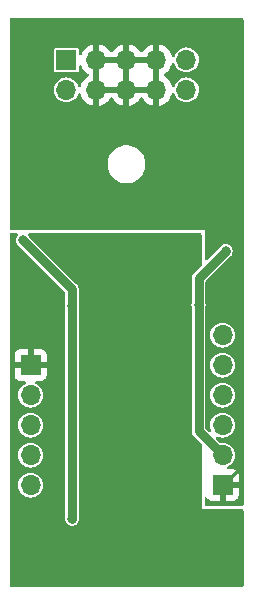
<source format=gbr>
%TF.GenerationSoftware,KiCad,Pcbnew,8.0.5*%
%TF.CreationDate,2024-11-05T23:16:52+01:00*%
%TF.ProjectId,Leveller,4c657665-6c6c-4657-922e-6b696361645f,rev?*%
%TF.SameCoordinates,Original*%
%TF.FileFunction,Copper,L2,Bot*%
%TF.FilePolarity,Positive*%
%FSLAX46Y46*%
G04 Gerber Fmt 4.6, Leading zero omitted, Abs format (unit mm)*
G04 Created by KiCad (PCBNEW 8.0.5) date 2024-11-05 23:16:52*
%MOMM*%
%LPD*%
G01*
G04 APERTURE LIST*
%TA.AperFunction,ComponentPad*%
%ADD10R,1.700000X1.700000*%
%TD*%
%TA.AperFunction,ComponentPad*%
%ADD11O,1.700000X1.700000*%
%TD*%
%TA.AperFunction,ViaPad*%
%ADD12C,0.800000*%
%TD*%
%TA.AperFunction,Conductor*%
%ADD13C,0.250000*%
%TD*%
%TA.AperFunction,Conductor*%
%ADD14C,0.750000*%
%TD*%
%TA.AperFunction,Conductor*%
%ADD15C,0.600000*%
%TD*%
G04 APERTURE END LIST*
D10*
%TO.P,J10,1,Pin_1*%
%TO.N,GND*%
X56896000Y-74803000D03*
D11*
%TO.P,J10,2,Pin_2*%
%TO.N,+12V*%
X56896000Y-72263000D03*
%TO.P,J10,3,Pin_3*%
%TO.N,N/C*%
X56896000Y-69723000D03*
%TO.P,J10,4,Pin_4*%
X56896000Y-67183000D03*
%TO.P,J10,5,Pin_5*%
X56896000Y-64643000D03*
%TO.P,J10,6,Pin_6*%
X56896000Y-62103000D03*
%TD*%
D10*
%TO.P,J8,1,Pin_1*%
%TO.N,N/C*%
X40640000Y-64643000D03*
D11*
%TO.P,J8,2,Pin_2*%
X40640000Y-67183000D03*
%TO.P,J8,3,Pin_3*%
X40640000Y-69723000D03*
%TO.P,J8,4,Pin_4*%
X40640000Y-72263000D03*
%TO.P,J8,5,Pin_5*%
X40640000Y-74803000D03*
%TD*%
D10*
%TO.P,J6,1,Pin_1*%
%TO.N,N/C*%
X43668000Y-38805000D03*
D11*
%TO.P,J6,2,Pin_2*%
X43668000Y-41345000D03*
%TO.P,J6,3,Pin_3*%
%TO.N,GND*%
X46208000Y-38805000D03*
%TO.P,J6,4,Pin_4*%
X46208000Y-41345000D03*
%TO.P,J6,5,Pin_5*%
X48748000Y-38805000D03*
%TO.P,J6,6,Pin_6*%
X48748000Y-41345000D03*
%TO.P,J6,7,Pin_7*%
X51288000Y-38805000D03*
%TO.P,J6,8,Pin_8*%
X51288000Y-41345000D03*
%TO.P,J6,9,Pin_9*%
%TO.N,N/C*%
X53828000Y-38805000D03*
%TO.P,J6,10,Pin_10*%
X53828000Y-41345000D03*
%TD*%
D12*
%TO.N,-12V*%
X39993000Y-54080000D03*
%TO.N,+12V*%
X54864000Y-59563000D03*
%TO.N,*%
X42926000Y-76364000D03*
%TO.N,+12V*%
X57150000Y-54991000D03*
%TO.N,*%
X42249000Y-62865000D03*
%TO.N,-12V*%
X44154000Y-77634000D03*
%TO.N,GND*%
X52693000Y-48641000D03*
%TO.N,-12V*%
X44154000Y-59600000D03*
%TD*%
D13*
%TO.N,GND*%
X58420000Y-54368000D02*
X52693000Y-48641000D01*
X56896000Y-74803000D02*
X58420000Y-73279000D01*
D14*
%TO.N,-12V*%
X44154000Y-59600000D02*
X44154000Y-77634000D01*
X44154000Y-59600000D02*
X44154000Y-58241000D01*
X44154000Y-58241000D02*
X39993000Y-54080000D01*
%TO.N,+12V*%
X54864000Y-59563000D02*
X54864000Y-70231000D01*
D13*
%TO.N,GND*%
X58420000Y-73279000D02*
X58420000Y-54368000D01*
D14*
%TO.N,+12V*%
X57150000Y-54991000D02*
X54864000Y-57277000D01*
X54864000Y-70231000D02*
X56896000Y-72263000D01*
X54864000Y-57277000D02*
X54864000Y-59563000D01*
D15*
%TO.N,*%
X42249000Y-62865000D02*
X42926000Y-63542000D01*
X42926000Y-63542000D02*
X42926000Y-76364000D01*
%TD*%
%TA.AperFunction,NonConductor*%
G36*
X39522049Y-53486685D02*
G01*
X39567804Y-53539489D01*
X39577748Y-53608647D01*
X39553386Y-53666486D01*
X39468464Y-53777157D01*
X39407956Y-53923237D01*
X39407955Y-53923239D01*
X39387318Y-54079998D01*
X39387318Y-54080001D01*
X39407955Y-54236760D01*
X39407956Y-54236762D01*
X39468464Y-54382841D01*
X39564718Y-54508282D01*
X39690159Y-54604536D01*
X39690405Y-54604638D01*
X39690854Y-54604937D01*
X39697199Y-54608601D01*
X39696959Y-54609016D01*
X39730641Y-54631521D01*
X43542181Y-58443061D01*
X43575666Y-58504384D01*
X43578500Y-58530742D01*
X43578500Y-59395530D01*
X43570598Y-59435259D01*
X43571060Y-59435383D01*
X43569171Y-59442431D01*
X43569063Y-59442978D01*
X43568956Y-59443235D01*
X43548318Y-59599998D01*
X43548318Y-59600001D01*
X43568955Y-59756759D01*
X43568955Y-59756761D01*
X43568956Y-59756762D01*
X43569060Y-59757014D01*
X43569166Y-59757545D01*
X43571060Y-59764613D01*
X43570596Y-59764737D01*
X43578500Y-59804467D01*
X43578500Y-77429530D01*
X43570598Y-77469259D01*
X43571060Y-77469383D01*
X43569171Y-77476431D01*
X43569063Y-77476978D01*
X43568956Y-77477235D01*
X43548318Y-77633998D01*
X43548318Y-77634001D01*
X43568955Y-77790760D01*
X43568956Y-77790762D01*
X43629464Y-77936841D01*
X43725718Y-78062282D01*
X43851159Y-78158536D01*
X43997238Y-78219044D01*
X44075619Y-78229363D01*
X44153999Y-78239682D01*
X44154000Y-78239682D01*
X44154001Y-78239682D01*
X44206254Y-78232802D01*
X44310762Y-78219044D01*
X44456841Y-78158536D01*
X44582282Y-78062282D01*
X44678536Y-77936841D01*
X44739044Y-77790762D01*
X44759682Y-77634000D01*
X44739044Y-77477238D01*
X44739043Y-77477235D01*
X44738937Y-77476978D01*
X44738828Y-77476431D01*
X44736940Y-77469383D01*
X44737401Y-77469259D01*
X44729500Y-77429530D01*
X44729500Y-59804467D01*
X44737403Y-59764737D01*
X44736940Y-59764613D01*
X44738833Y-59757545D01*
X44738939Y-59757015D01*
X44739044Y-59756762D01*
X44759682Y-59600000D01*
X44739044Y-59443238D01*
X44739043Y-59443235D01*
X44738937Y-59442978D01*
X44738828Y-59442431D01*
X44736940Y-59435383D01*
X44737401Y-59435259D01*
X44729500Y-59395530D01*
X44729500Y-58165236D01*
X44729500Y-58165234D01*
X44690281Y-58018865D01*
X44614515Y-57887635D01*
X44507365Y-57780485D01*
X40544521Y-53817641D01*
X40522016Y-53783959D01*
X40521601Y-53784199D01*
X40517937Y-53777854D01*
X40517637Y-53777404D01*
X40517536Y-53777159D01*
X40432614Y-53666486D01*
X40407420Y-53601317D01*
X40421458Y-53532872D01*
X40470272Y-53482883D01*
X40530990Y-53467000D01*
X54994000Y-53467000D01*
X55061039Y-53486685D01*
X55106794Y-53539489D01*
X55118000Y-53591000D01*
X55118000Y-56157757D01*
X55098315Y-56224796D01*
X55081681Y-56245438D01*
X54493193Y-56833925D01*
X54493194Y-56833926D01*
X54403485Y-56923635D01*
X54327719Y-57054863D01*
X54288500Y-57201234D01*
X54288500Y-59358530D01*
X54280598Y-59398259D01*
X54281060Y-59398383D01*
X54279171Y-59405431D01*
X54279063Y-59405978D01*
X54278956Y-59406235D01*
X54258318Y-59562998D01*
X54258318Y-59563001D01*
X54278955Y-59719759D01*
X54278955Y-59719761D01*
X54278956Y-59719762D01*
X54279060Y-59720014D01*
X54279166Y-59720545D01*
X54281060Y-59727613D01*
X54280596Y-59727737D01*
X54288500Y-59767467D01*
X54288500Y-70306765D01*
X54327719Y-70453136D01*
X54337115Y-70469410D01*
X54403485Y-70584365D01*
X54403487Y-70584367D01*
X55081681Y-71262561D01*
X55115166Y-71323884D01*
X55118000Y-71350242D01*
X55118000Y-76835000D01*
X58550000Y-76835000D01*
X58617039Y-76854685D01*
X58662794Y-76907489D01*
X58674000Y-76959000D01*
X58674000Y-83311000D01*
X58654315Y-83378039D01*
X58601511Y-83423794D01*
X58550000Y-83435000D01*
X38986000Y-83435000D01*
X38918961Y-83415315D01*
X38873206Y-83362511D01*
X38862000Y-83311000D01*
X38862000Y-74803000D01*
X39584417Y-74803000D01*
X39604699Y-75008932D01*
X39604700Y-75008934D01*
X39664768Y-75206954D01*
X39762315Y-75389450D01*
X39762317Y-75389452D01*
X39893589Y-75549410D01*
X39990209Y-75628702D01*
X40053550Y-75680685D01*
X40236046Y-75778232D01*
X40434066Y-75838300D01*
X40434065Y-75838300D01*
X40452529Y-75840118D01*
X40640000Y-75858583D01*
X40845934Y-75838300D01*
X41043954Y-75778232D01*
X41226450Y-75680685D01*
X41386410Y-75549410D01*
X41517685Y-75389450D01*
X41615232Y-75206954D01*
X41675300Y-75008934D01*
X41695583Y-74803000D01*
X41675300Y-74597066D01*
X41615232Y-74399046D01*
X41517685Y-74216550D01*
X41465702Y-74153209D01*
X41386410Y-74056589D01*
X41226452Y-73925317D01*
X41226453Y-73925317D01*
X41226450Y-73925315D01*
X41043954Y-73827768D01*
X40845934Y-73767700D01*
X40845932Y-73767699D01*
X40845934Y-73767699D01*
X40640000Y-73747417D01*
X40434067Y-73767699D01*
X40236043Y-73827769D01*
X40148114Y-73874769D01*
X40053550Y-73925315D01*
X40053548Y-73925316D01*
X40053547Y-73925317D01*
X39893589Y-74056589D01*
X39762317Y-74216547D01*
X39664769Y-74399043D01*
X39604699Y-74597067D01*
X39584417Y-74803000D01*
X38862000Y-74803000D01*
X38862000Y-72263000D01*
X39584417Y-72263000D01*
X39604699Y-72468932D01*
X39604700Y-72468934D01*
X39664768Y-72666954D01*
X39762315Y-72849450D01*
X39762317Y-72849452D01*
X39893589Y-73009410D01*
X39990209Y-73088702D01*
X40053550Y-73140685D01*
X40236046Y-73238232D01*
X40434066Y-73298300D01*
X40434065Y-73298300D01*
X40452529Y-73300118D01*
X40640000Y-73318583D01*
X40845934Y-73298300D01*
X41043954Y-73238232D01*
X41226450Y-73140685D01*
X41386410Y-73009410D01*
X41517685Y-72849450D01*
X41615232Y-72666954D01*
X41675300Y-72468934D01*
X41695583Y-72263000D01*
X41675300Y-72057066D01*
X41615232Y-71859046D01*
X41517685Y-71676550D01*
X41465702Y-71613209D01*
X41386410Y-71516589D01*
X41226452Y-71385317D01*
X41226453Y-71385317D01*
X41226450Y-71385315D01*
X41043954Y-71287768D01*
X40845934Y-71227700D01*
X40845932Y-71227699D01*
X40845934Y-71227699D01*
X40640000Y-71207417D01*
X40434067Y-71227699D01*
X40236043Y-71287769D01*
X40168478Y-71323884D01*
X40053550Y-71385315D01*
X40053548Y-71385316D01*
X40053547Y-71385317D01*
X39893589Y-71516589D01*
X39762317Y-71676547D01*
X39664769Y-71859043D01*
X39604699Y-72057067D01*
X39584417Y-72263000D01*
X38862000Y-72263000D01*
X38862000Y-69723000D01*
X39584417Y-69723000D01*
X39604699Y-69928932D01*
X39604700Y-69928934D01*
X39664768Y-70126954D01*
X39762315Y-70309450D01*
X39762317Y-70309452D01*
X39893589Y-70469410D01*
X39990209Y-70548702D01*
X40053550Y-70600685D01*
X40236046Y-70698232D01*
X40434066Y-70758300D01*
X40434065Y-70758300D01*
X40452529Y-70760118D01*
X40640000Y-70778583D01*
X40845934Y-70758300D01*
X41043954Y-70698232D01*
X41226450Y-70600685D01*
X41386410Y-70469410D01*
X41517685Y-70309450D01*
X41615232Y-70126954D01*
X41675300Y-69928934D01*
X41695583Y-69723000D01*
X41675300Y-69517066D01*
X41615232Y-69319046D01*
X41517685Y-69136550D01*
X41465702Y-69073209D01*
X41386410Y-68976589D01*
X41226452Y-68845317D01*
X41226453Y-68845317D01*
X41226450Y-68845315D01*
X41043954Y-68747768D01*
X40845934Y-68687700D01*
X40845932Y-68687699D01*
X40845934Y-68687699D01*
X40640000Y-68667417D01*
X40434067Y-68687699D01*
X40236043Y-68747769D01*
X40125898Y-68806643D01*
X40053550Y-68845315D01*
X40053548Y-68845316D01*
X40053547Y-68845317D01*
X39893589Y-68976589D01*
X39762317Y-69136547D01*
X39664769Y-69319043D01*
X39604699Y-69517067D01*
X39584417Y-69723000D01*
X38862000Y-69723000D01*
X38862000Y-63745155D01*
X39290000Y-63745155D01*
X39290000Y-64393000D01*
X40206988Y-64393000D01*
X40174075Y-64450007D01*
X40140000Y-64577174D01*
X40140000Y-64708826D01*
X40174075Y-64835993D01*
X40206988Y-64893000D01*
X39290000Y-64893000D01*
X39290000Y-65540844D01*
X39296401Y-65600372D01*
X39296403Y-65600379D01*
X39346645Y-65735086D01*
X39346649Y-65735093D01*
X39432809Y-65850187D01*
X39432812Y-65850190D01*
X39547906Y-65936350D01*
X39547913Y-65936354D01*
X39682620Y-65986596D01*
X39682627Y-65986598D01*
X39742155Y-65992999D01*
X39742172Y-65993000D01*
X40142813Y-65993000D01*
X40209852Y-66012685D01*
X40255607Y-66065489D01*
X40265551Y-66134647D01*
X40236526Y-66198203D01*
X40201267Y-66226357D01*
X40053550Y-66305315D01*
X40053548Y-66305316D01*
X40053547Y-66305317D01*
X39893589Y-66436589D01*
X39762317Y-66596547D01*
X39664769Y-66779043D01*
X39604699Y-66977067D01*
X39584417Y-67183000D01*
X39604699Y-67388932D01*
X39604700Y-67388934D01*
X39664768Y-67586954D01*
X39762315Y-67769450D01*
X39762317Y-67769452D01*
X39893589Y-67929410D01*
X39990209Y-68008702D01*
X40053550Y-68060685D01*
X40236046Y-68158232D01*
X40434066Y-68218300D01*
X40434065Y-68218300D01*
X40452529Y-68220118D01*
X40640000Y-68238583D01*
X40845934Y-68218300D01*
X41043954Y-68158232D01*
X41226450Y-68060685D01*
X41386410Y-67929410D01*
X41517685Y-67769450D01*
X41615232Y-67586954D01*
X41675300Y-67388934D01*
X41695583Y-67183000D01*
X41675300Y-66977066D01*
X41615232Y-66779046D01*
X41517685Y-66596550D01*
X41465702Y-66533209D01*
X41386410Y-66436589D01*
X41226452Y-66305317D01*
X41226453Y-66305317D01*
X41226450Y-66305315D01*
X41078732Y-66226357D01*
X41028889Y-66177395D01*
X41013429Y-66109257D01*
X41037261Y-66043578D01*
X41092819Y-66001209D01*
X41137187Y-65993000D01*
X41537828Y-65993000D01*
X41537844Y-65992999D01*
X41597372Y-65986598D01*
X41597379Y-65986596D01*
X41732086Y-65936354D01*
X41732093Y-65936350D01*
X41847187Y-65850190D01*
X41847190Y-65850187D01*
X41933350Y-65735093D01*
X41933354Y-65735086D01*
X41983596Y-65600379D01*
X41983598Y-65600372D01*
X41989999Y-65540844D01*
X41990000Y-65540827D01*
X41990000Y-64893000D01*
X41073012Y-64893000D01*
X41105925Y-64835993D01*
X41140000Y-64708826D01*
X41140000Y-64577174D01*
X41105925Y-64450007D01*
X41073012Y-64393000D01*
X41990000Y-64393000D01*
X41990000Y-63745172D01*
X41989999Y-63745155D01*
X41983598Y-63685627D01*
X41983596Y-63685620D01*
X41933354Y-63550913D01*
X41933350Y-63550906D01*
X41847190Y-63435812D01*
X41847187Y-63435809D01*
X41732093Y-63349649D01*
X41732086Y-63349645D01*
X41597379Y-63299403D01*
X41597372Y-63299401D01*
X41537844Y-63293000D01*
X40890000Y-63293000D01*
X40890000Y-64209988D01*
X40832993Y-64177075D01*
X40705826Y-64143000D01*
X40574174Y-64143000D01*
X40447007Y-64177075D01*
X40390000Y-64209988D01*
X40390000Y-63293000D01*
X39742155Y-63293000D01*
X39682627Y-63299401D01*
X39682620Y-63299403D01*
X39547913Y-63349645D01*
X39547906Y-63349649D01*
X39432812Y-63435809D01*
X39432809Y-63435812D01*
X39346649Y-63550906D01*
X39346645Y-63550913D01*
X39296403Y-63685620D01*
X39296401Y-63685627D01*
X39290000Y-63745155D01*
X38862000Y-63745155D01*
X38862000Y-53591000D01*
X38881685Y-53523961D01*
X38934489Y-53478206D01*
X38986000Y-53467000D01*
X39455010Y-53467000D01*
X39522049Y-53486685D01*
G37*
%TD.AperFunction*%
%TA.AperFunction,Conductor*%
%TO.N,GND*%
G36*
X48282075Y-41152007D02*
G01*
X48248000Y-41279174D01*
X48248000Y-41410826D01*
X48282075Y-41537993D01*
X48314988Y-41595000D01*
X46641012Y-41595000D01*
X46673925Y-41537993D01*
X46708000Y-41410826D01*
X46708000Y-41279174D01*
X46673925Y-41152007D01*
X46641012Y-41095000D01*
X48314988Y-41095000D01*
X48282075Y-41152007D01*
G37*
%TD.AperFunction*%
%TA.AperFunction,Conductor*%
G36*
X50822075Y-41152007D02*
G01*
X50788000Y-41279174D01*
X50788000Y-41410826D01*
X50822075Y-41537993D01*
X50854988Y-41595000D01*
X49181012Y-41595000D01*
X49213925Y-41537993D01*
X49248000Y-41410826D01*
X49248000Y-41279174D01*
X49213925Y-41152007D01*
X49181012Y-41095000D01*
X50854988Y-41095000D01*
X50822075Y-41152007D01*
G37*
%TD.AperFunction*%
%TA.AperFunction,Conductor*%
G36*
X46458000Y-40911988D02*
G01*
X46400993Y-40879075D01*
X46273826Y-40845000D01*
X46142174Y-40845000D01*
X46015007Y-40879075D01*
X45958000Y-40911988D01*
X45958000Y-39238012D01*
X46015007Y-39270925D01*
X46142174Y-39305000D01*
X46273826Y-39305000D01*
X46400993Y-39270925D01*
X46458000Y-39238012D01*
X46458000Y-40911988D01*
G37*
%TD.AperFunction*%
%TA.AperFunction,Conductor*%
G36*
X48998000Y-40911988D02*
G01*
X48940993Y-40879075D01*
X48813826Y-40845000D01*
X48682174Y-40845000D01*
X48555007Y-40879075D01*
X48498000Y-40911988D01*
X48498000Y-39238012D01*
X48555007Y-39270925D01*
X48682174Y-39305000D01*
X48813826Y-39305000D01*
X48940993Y-39270925D01*
X48998000Y-39238012D01*
X48998000Y-40911988D01*
G37*
%TD.AperFunction*%
%TA.AperFunction,Conductor*%
G36*
X51538000Y-40911988D02*
G01*
X51480993Y-40879075D01*
X51353826Y-40845000D01*
X51222174Y-40845000D01*
X51095007Y-40879075D01*
X51038000Y-40911988D01*
X51038000Y-39238012D01*
X51095007Y-39270925D01*
X51222174Y-39305000D01*
X51353826Y-39305000D01*
X51480993Y-39270925D01*
X51538000Y-39238012D01*
X51538000Y-40911988D01*
G37*
%TD.AperFunction*%
%TA.AperFunction,Conductor*%
G36*
X48282075Y-38612007D02*
G01*
X48248000Y-38739174D01*
X48248000Y-38870826D01*
X48282075Y-38997993D01*
X48314988Y-39055000D01*
X46641012Y-39055000D01*
X46673925Y-38997993D01*
X46708000Y-38870826D01*
X46708000Y-38739174D01*
X46673925Y-38612007D01*
X46641012Y-38555000D01*
X48314988Y-38555000D01*
X48282075Y-38612007D01*
G37*
%TD.AperFunction*%
%TA.AperFunction,Conductor*%
G36*
X50822075Y-38612007D02*
G01*
X50788000Y-38739174D01*
X50788000Y-38870826D01*
X50822075Y-38997993D01*
X50854988Y-39055000D01*
X49181012Y-39055000D01*
X49213925Y-38997993D01*
X49248000Y-38870826D01*
X49248000Y-38739174D01*
X49213925Y-38612007D01*
X49181012Y-38555000D01*
X50854988Y-38555000D01*
X50822075Y-38612007D01*
G37*
%TD.AperFunction*%
%TA.AperFunction,Conductor*%
G36*
X58617039Y-35279685D02*
G01*
X58662794Y-35332489D01*
X58674000Y-35384000D01*
X58674000Y-76457000D01*
X58654315Y-76524039D01*
X58601511Y-76569794D01*
X58550000Y-76581000D01*
X55496000Y-76581000D01*
X55428961Y-76561315D01*
X55383206Y-76508511D01*
X55372000Y-76457000D01*
X55372000Y-75958518D01*
X55391685Y-75891479D01*
X55444489Y-75845724D01*
X55513647Y-75835780D01*
X55577203Y-75864805D01*
X55596429Y-75888664D01*
X55597331Y-75887989D01*
X55688809Y-76010187D01*
X55688812Y-76010190D01*
X55803906Y-76096350D01*
X55803913Y-76096354D01*
X55938620Y-76146596D01*
X55938627Y-76146598D01*
X55998155Y-76152999D01*
X55998172Y-76153000D01*
X56646000Y-76153000D01*
X56646000Y-75236012D01*
X56703007Y-75268925D01*
X56830174Y-75303000D01*
X56961826Y-75303000D01*
X57088993Y-75268925D01*
X57146000Y-75236012D01*
X57146000Y-76153000D01*
X57793828Y-76153000D01*
X57793844Y-76152999D01*
X57853372Y-76146598D01*
X57853379Y-76146596D01*
X57988086Y-76096354D01*
X57988093Y-76096350D01*
X58103187Y-76010190D01*
X58103190Y-76010187D01*
X58189350Y-75895093D01*
X58189354Y-75895086D01*
X58239596Y-75760379D01*
X58239598Y-75760372D01*
X58245999Y-75700844D01*
X58246000Y-75700827D01*
X58246000Y-75053000D01*
X57329012Y-75053000D01*
X57361925Y-74995993D01*
X57396000Y-74868826D01*
X57396000Y-74737174D01*
X57361925Y-74610007D01*
X57329012Y-74553000D01*
X58246000Y-74553000D01*
X58246000Y-73905172D01*
X58245999Y-73905155D01*
X58239598Y-73845627D01*
X58239596Y-73845620D01*
X58189354Y-73710913D01*
X58189350Y-73710906D01*
X58103190Y-73595812D01*
X58103187Y-73595809D01*
X57988093Y-73509649D01*
X57988086Y-73509645D01*
X57853379Y-73459403D01*
X57853372Y-73459401D01*
X57793844Y-73453000D01*
X57393187Y-73453000D01*
X57326148Y-73433315D01*
X57280393Y-73380511D01*
X57270449Y-73311353D01*
X57299474Y-73247797D01*
X57334733Y-73219642D01*
X57482450Y-73140685D01*
X57642410Y-73009410D01*
X57773685Y-72849450D01*
X57871232Y-72666954D01*
X57931300Y-72468934D01*
X57951583Y-72263000D01*
X57931300Y-72057066D01*
X57871232Y-71859046D01*
X57773685Y-71676550D01*
X57721702Y-71613209D01*
X57642410Y-71516589D01*
X57482452Y-71385317D01*
X57482453Y-71385317D01*
X57482450Y-71385315D01*
X57299954Y-71287768D01*
X57101934Y-71227700D01*
X57101932Y-71227699D01*
X57101934Y-71227699D01*
X56914463Y-71209235D01*
X56896000Y-71207417D01*
X56895999Y-71207417D01*
X56734331Y-71223339D01*
X56665685Y-71210320D01*
X56634497Y-71187617D01*
X56337833Y-70890953D01*
X56304348Y-70829630D01*
X56309332Y-70759938D01*
X56351204Y-70704005D01*
X56416668Y-70679588D01*
X56483969Y-70693915D01*
X56492042Y-70698230D01*
X56492046Y-70698232D01*
X56690066Y-70758300D01*
X56690065Y-70758300D01*
X56706697Y-70759938D01*
X56896000Y-70778583D01*
X57101934Y-70758300D01*
X57299954Y-70698232D01*
X57482450Y-70600685D01*
X57642410Y-70469410D01*
X57773685Y-70309450D01*
X57871232Y-70126954D01*
X57931300Y-69928934D01*
X57951583Y-69723000D01*
X57931300Y-69517066D01*
X57871232Y-69319046D01*
X57773685Y-69136550D01*
X57721702Y-69073209D01*
X57642410Y-68976589D01*
X57482452Y-68845317D01*
X57482453Y-68845317D01*
X57482450Y-68845315D01*
X57299954Y-68747768D01*
X57101934Y-68687700D01*
X57101932Y-68687699D01*
X57101934Y-68687699D01*
X56896000Y-68667417D01*
X56690067Y-68687699D01*
X56492043Y-68747769D01*
X56381898Y-68806643D01*
X56309550Y-68845315D01*
X56309548Y-68845316D01*
X56309547Y-68845317D01*
X56149589Y-68976589D01*
X56018317Y-69136547D01*
X55920769Y-69319043D01*
X55860699Y-69517067D01*
X55840417Y-69723000D01*
X55860699Y-69928932D01*
X55920769Y-70126957D01*
X55925086Y-70135033D01*
X55939327Y-70203436D01*
X55914326Y-70268679D01*
X55858021Y-70310049D01*
X55788287Y-70314411D01*
X55728046Y-70281166D01*
X55475819Y-70028939D01*
X55442334Y-69967616D01*
X55439500Y-69941258D01*
X55439500Y-67183000D01*
X55840417Y-67183000D01*
X55860699Y-67388932D01*
X55860700Y-67388934D01*
X55920768Y-67586954D01*
X56018315Y-67769450D01*
X56018317Y-67769452D01*
X56149589Y-67929410D01*
X56246209Y-68008702D01*
X56309550Y-68060685D01*
X56492046Y-68158232D01*
X56690066Y-68218300D01*
X56690065Y-68218300D01*
X56708529Y-68220118D01*
X56896000Y-68238583D01*
X57101934Y-68218300D01*
X57299954Y-68158232D01*
X57482450Y-68060685D01*
X57642410Y-67929410D01*
X57773685Y-67769450D01*
X57871232Y-67586954D01*
X57931300Y-67388934D01*
X57951583Y-67183000D01*
X57931300Y-66977066D01*
X57871232Y-66779046D01*
X57773685Y-66596550D01*
X57721702Y-66533209D01*
X57642410Y-66436589D01*
X57482452Y-66305317D01*
X57482453Y-66305317D01*
X57482450Y-66305315D01*
X57299954Y-66207768D01*
X57101934Y-66147700D01*
X57101932Y-66147699D01*
X57101934Y-66147699D01*
X56896000Y-66127417D01*
X56690067Y-66147699D01*
X56492043Y-66207769D01*
X56381898Y-66266643D01*
X56309550Y-66305315D01*
X56309548Y-66305316D01*
X56309547Y-66305317D01*
X56149589Y-66436589D01*
X56018317Y-66596547D01*
X55920769Y-66779043D01*
X55860699Y-66977067D01*
X55840417Y-67183000D01*
X55439500Y-67183000D01*
X55439500Y-64643000D01*
X55840417Y-64643000D01*
X55860699Y-64848932D01*
X55860700Y-64848934D01*
X55920768Y-65046954D01*
X56018315Y-65229450D01*
X56018317Y-65229452D01*
X56149589Y-65389410D01*
X56246209Y-65468702D01*
X56309550Y-65520685D01*
X56492046Y-65618232D01*
X56690066Y-65678300D01*
X56690065Y-65678300D01*
X56708529Y-65680118D01*
X56896000Y-65698583D01*
X57101934Y-65678300D01*
X57299954Y-65618232D01*
X57482450Y-65520685D01*
X57642410Y-65389410D01*
X57773685Y-65229450D01*
X57871232Y-65046954D01*
X57931300Y-64848934D01*
X57951583Y-64643000D01*
X57931300Y-64437066D01*
X57871232Y-64239046D01*
X57773685Y-64056550D01*
X57721702Y-63993209D01*
X57642410Y-63896589D01*
X57482452Y-63765317D01*
X57482453Y-63765317D01*
X57482450Y-63765315D01*
X57299954Y-63667768D01*
X57101934Y-63607700D01*
X57101932Y-63607699D01*
X57101934Y-63607699D01*
X56896000Y-63587417D01*
X56690067Y-63607699D01*
X56492043Y-63667769D01*
X56404114Y-63714769D01*
X56309550Y-63765315D01*
X56309548Y-63765316D01*
X56309547Y-63765317D01*
X56149589Y-63896589D01*
X56018317Y-64056547D01*
X55920769Y-64239043D01*
X55860699Y-64437067D01*
X55840417Y-64643000D01*
X55439500Y-64643000D01*
X55439500Y-62103000D01*
X55840417Y-62103000D01*
X55860699Y-62308932D01*
X55860700Y-62308934D01*
X55920768Y-62506954D01*
X56018315Y-62689450D01*
X56018317Y-62689452D01*
X56149589Y-62849410D01*
X56246209Y-62928702D01*
X56309550Y-62980685D01*
X56492046Y-63078232D01*
X56690066Y-63138300D01*
X56690065Y-63138300D01*
X56708529Y-63140118D01*
X56896000Y-63158583D01*
X57101934Y-63138300D01*
X57299954Y-63078232D01*
X57482450Y-62980685D01*
X57642410Y-62849410D01*
X57773685Y-62689450D01*
X57871232Y-62506954D01*
X57931300Y-62308934D01*
X57951583Y-62103000D01*
X57931300Y-61897066D01*
X57871232Y-61699046D01*
X57773685Y-61516550D01*
X57721702Y-61453209D01*
X57642410Y-61356589D01*
X57482452Y-61225317D01*
X57482453Y-61225317D01*
X57482450Y-61225315D01*
X57299954Y-61127768D01*
X57101934Y-61067700D01*
X57101932Y-61067699D01*
X57101934Y-61067699D01*
X56896000Y-61047417D01*
X56690067Y-61067699D01*
X56492043Y-61127769D01*
X56381898Y-61186643D01*
X56309550Y-61225315D01*
X56309548Y-61225316D01*
X56309547Y-61225317D01*
X56149589Y-61356589D01*
X56018317Y-61516547D01*
X55920769Y-61699043D01*
X55860699Y-61897067D01*
X55840417Y-62103000D01*
X55439500Y-62103000D01*
X55439500Y-59767467D01*
X55447403Y-59727737D01*
X55446940Y-59727613D01*
X55448833Y-59720545D01*
X55448939Y-59720015D01*
X55449044Y-59719762D01*
X55469682Y-59563000D01*
X55449044Y-59406238D01*
X55449043Y-59406235D01*
X55448937Y-59405978D01*
X55448828Y-59405431D01*
X55446940Y-59398383D01*
X55447401Y-59398259D01*
X55439500Y-59358530D01*
X55439500Y-57566740D01*
X55459185Y-57499701D01*
X55475814Y-57479064D01*
X57412358Y-55542519D01*
X57446042Y-55520014D01*
X57445803Y-55519599D01*
X57452144Y-55515937D01*
X57452591Y-55515639D01*
X57452841Y-55515536D01*
X57578282Y-55419282D01*
X57674536Y-55293841D01*
X57735044Y-55147762D01*
X57755682Y-54991000D01*
X57735044Y-54834238D01*
X57674536Y-54688159D01*
X57578282Y-54562718D01*
X57452841Y-54466464D01*
X57306762Y-54405956D01*
X57306760Y-54405955D01*
X57150001Y-54385318D01*
X57149999Y-54385318D01*
X56993239Y-54405955D01*
X56993237Y-54405956D01*
X56847160Y-54466463D01*
X56721716Y-54562719D01*
X56625466Y-54688156D01*
X56625461Y-54688164D01*
X56625355Y-54688421D01*
X56625047Y-54688880D01*
X56621399Y-54695200D01*
X56620984Y-54694960D01*
X56598478Y-54728641D01*
X55583681Y-55743438D01*
X55522358Y-55776923D01*
X55452666Y-55771939D01*
X55396733Y-55730067D01*
X55372316Y-55664603D01*
X55372000Y-55655757D01*
X55372000Y-53213000D01*
X38986000Y-53213000D01*
X38918961Y-53193315D01*
X38873206Y-53140511D01*
X38862000Y-53089000D01*
X38862000Y-47499038D01*
X47167500Y-47499038D01*
X47167500Y-47750961D01*
X47206910Y-47999785D01*
X47284760Y-48239383D01*
X47399132Y-48463848D01*
X47547201Y-48667649D01*
X47547205Y-48667654D01*
X47725345Y-48845794D01*
X47725350Y-48845798D01*
X47903117Y-48974952D01*
X47929155Y-48993870D01*
X48072184Y-49066747D01*
X48153616Y-49108239D01*
X48153618Y-49108239D01*
X48153621Y-49108241D01*
X48393215Y-49186090D01*
X48642038Y-49225500D01*
X48642039Y-49225500D01*
X48893961Y-49225500D01*
X48893962Y-49225500D01*
X49142785Y-49186090D01*
X49382379Y-49108241D01*
X49606845Y-48993870D01*
X49810656Y-48845793D01*
X49988793Y-48667656D01*
X50136870Y-48463845D01*
X50251241Y-48239379D01*
X50329090Y-47999785D01*
X50368500Y-47750962D01*
X50368500Y-47499038D01*
X50329090Y-47250215D01*
X50251241Y-47010621D01*
X50251239Y-47010618D01*
X50251239Y-47010616D01*
X50209747Y-46929184D01*
X50136870Y-46786155D01*
X50117952Y-46760117D01*
X49988798Y-46582350D01*
X49988794Y-46582345D01*
X49810654Y-46404205D01*
X49810649Y-46404201D01*
X49606848Y-46256132D01*
X49606847Y-46256131D01*
X49606845Y-46256130D01*
X49536747Y-46220413D01*
X49382383Y-46141760D01*
X49142785Y-46063910D01*
X48893962Y-46024500D01*
X48642038Y-46024500D01*
X48517626Y-46044205D01*
X48393214Y-46063910D01*
X48153616Y-46141760D01*
X47929151Y-46256132D01*
X47725350Y-46404201D01*
X47725345Y-46404205D01*
X47547205Y-46582345D01*
X47547201Y-46582350D01*
X47399132Y-46786151D01*
X47284760Y-47010616D01*
X47206910Y-47250214D01*
X47167500Y-47499038D01*
X38862000Y-47499038D01*
X38862000Y-41345000D01*
X42612417Y-41345000D01*
X42632699Y-41550932D01*
X42632700Y-41550934D01*
X42692768Y-41748954D01*
X42790315Y-41931450D01*
X42790317Y-41931452D01*
X42921589Y-42091410D01*
X43018209Y-42170702D01*
X43081550Y-42222685D01*
X43264046Y-42320232D01*
X43462066Y-42380300D01*
X43462065Y-42380300D01*
X43480529Y-42382118D01*
X43668000Y-42400583D01*
X43873934Y-42380300D01*
X44071954Y-42320232D01*
X44254450Y-42222685D01*
X44414410Y-42091410D01*
X44545685Y-41931450D01*
X44643232Y-41748954D01*
X44663406Y-41682446D01*
X44701702Y-41624010D01*
X44765514Y-41595553D01*
X44834581Y-41606112D01*
X44886975Y-41652336D01*
X44901841Y-41686349D01*
X44934567Y-41808486D01*
X44934570Y-41808492D01*
X45034399Y-42022578D01*
X45169894Y-42216082D01*
X45336917Y-42383105D01*
X45530421Y-42518600D01*
X45744507Y-42618429D01*
X45744516Y-42618433D01*
X45958000Y-42675634D01*
X45958000Y-41778012D01*
X46015007Y-41810925D01*
X46142174Y-41845000D01*
X46273826Y-41845000D01*
X46400993Y-41810925D01*
X46458000Y-41778012D01*
X46458000Y-42675633D01*
X46671483Y-42618433D01*
X46671492Y-42618429D01*
X46885578Y-42518600D01*
X47079082Y-42383105D01*
X47246105Y-42216082D01*
X47376425Y-42029968D01*
X47431002Y-41986344D01*
X47500501Y-41979151D01*
X47562855Y-42010673D01*
X47579575Y-42029968D01*
X47709894Y-42216082D01*
X47876917Y-42383105D01*
X48070421Y-42518600D01*
X48284507Y-42618429D01*
X48284516Y-42618433D01*
X48498000Y-42675634D01*
X48498000Y-41778012D01*
X48555007Y-41810925D01*
X48682174Y-41845000D01*
X48813826Y-41845000D01*
X48940993Y-41810925D01*
X48998000Y-41778012D01*
X48998000Y-42675633D01*
X49211483Y-42618433D01*
X49211492Y-42618429D01*
X49425578Y-42518600D01*
X49619082Y-42383105D01*
X49786105Y-42216082D01*
X49916425Y-42029968D01*
X49971002Y-41986344D01*
X50040501Y-41979151D01*
X50102855Y-42010673D01*
X50119575Y-42029968D01*
X50249894Y-42216082D01*
X50416917Y-42383105D01*
X50610421Y-42518600D01*
X50824507Y-42618429D01*
X50824516Y-42618433D01*
X51038000Y-42675634D01*
X51038000Y-41778012D01*
X51095007Y-41810925D01*
X51222174Y-41845000D01*
X51353826Y-41845000D01*
X51480993Y-41810925D01*
X51538000Y-41778012D01*
X51538000Y-42675633D01*
X51751483Y-42618433D01*
X51751492Y-42618429D01*
X51965578Y-42518600D01*
X52159082Y-42383105D01*
X52326105Y-42216082D01*
X52461600Y-42022578D01*
X52561429Y-41808492D01*
X52561433Y-41808483D01*
X52594158Y-41686350D01*
X52630522Y-41626690D01*
X52693369Y-41596160D01*
X52762745Y-41604454D01*
X52816623Y-41648939D01*
X52832593Y-41682447D01*
X52852768Y-41748954D01*
X52950315Y-41931450D01*
X52950317Y-41931452D01*
X53081589Y-42091410D01*
X53178209Y-42170702D01*
X53241550Y-42222685D01*
X53424046Y-42320232D01*
X53622066Y-42380300D01*
X53622065Y-42380300D01*
X53640529Y-42382118D01*
X53828000Y-42400583D01*
X54033934Y-42380300D01*
X54231954Y-42320232D01*
X54414450Y-42222685D01*
X54574410Y-42091410D01*
X54705685Y-41931450D01*
X54803232Y-41748954D01*
X54863300Y-41550934D01*
X54883583Y-41345000D01*
X54863300Y-41139066D01*
X54803232Y-40941046D01*
X54705685Y-40758550D01*
X54624833Y-40660031D01*
X54574410Y-40598589D01*
X54456677Y-40501969D01*
X54414450Y-40467315D01*
X54231954Y-40369768D01*
X54033934Y-40309700D01*
X54033932Y-40309699D01*
X54033934Y-40309699D01*
X53828000Y-40289417D01*
X53622067Y-40309699D01*
X53424043Y-40369769D01*
X53313898Y-40428643D01*
X53241550Y-40467315D01*
X53241548Y-40467316D01*
X53241547Y-40467317D01*
X53081589Y-40598589D01*
X52950317Y-40758547D01*
X52852767Y-40941046D01*
X52832593Y-41007552D01*
X52794296Y-41065990D01*
X52730483Y-41094447D01*
X52661416Y-41083886D01*
X52609023Y-41037661D01*
X52594158Y-41003649D01*
X52561433Y-40881516D01*
X52561429Y-40881507D01*
X52461600Y-40667422D01*
X52461599Y-40667420D01*
X52326113Y-40473926D01*
X52326108Y-40473920D01*
X52159082Y-40306894D01*
X51972968Y-40176575D01*
X51929344Y-40121998D01*
X51922151Y-40052499D01*
X51953673Y-39990145D01*
X51972968Y-39973425D01*
X52159082Y-39843105D01*
X52326105Y-39676082D01*
X52461600Y-39482578D01*
X52561429Y-39268492D01*
X52561433Y-39268483D01*
X52594158Y-39146350D01*
X52630522Y-39086690D01*
X52693369Y-39056160D01*
X52762745Y-39064454D01*
X52816623Y-39108939D01*
X52832593Y-39142447D01*
X52852768Y-39208954D01*
X52950315Y-39391450D01*
X52950317Y-39391452D01*
X53081589Y-39551410D01*
X53178209Y-39630702D01*
X53241550Y-39682685D01*
X53424046Y-39780232D01*
X53622066Y-39840300D01*
X53622065Y-39840300D01*
X53640529Y-39842118D01*
X53828000Y-39860583D01*
X54033934Y-39840300D01*
X54231954Y-39780232D01*
X54414450Y-39682685D01*
X54574410Y-39551410D01*
X54705685Y-39391450D01*
X54803232Y-39208954D01*
X54863300Y-39010934D01*
X54883583Y-38805000D01*
X54863300Y-38599066D01*
X54803232Y-38401046D01*
X54705685Y-38218550D01*
X54624833Y-38120031D01*
X54574410Y-38058589D01*
X54424121Y-37935252D01*
X54414450Y-37927315D01*
X54231954Y-37829768D01*
X54033934Y-37769700D01*
X54033932Y-37769699D01*
X54033934Y-37769699D01*
X53828000Y-37749417D01*
X53622067Y-37769699D01*
X53424043Y-37829769D01*
X53336114Y-37876769D01*
X53241550Y-37927315D01*
X53241548Y-37927316D01*
X53241547Y-37927317D01*
X53081589Y-38058589D01*
X52950317Y-38218547D01*
X52852767Y-38401046D01*
X52832593Y-38467552D01*
X52794296Y-38525990D01*
X52730483Y-38554447D01*
X52661416Y-38543886D01*
X52609023Y-38497661D01*
X52594158Y-38463649D01*
X52561433Y-38341516D01*
X52561429Y-38341507D01*
X52461600Y-38127422D01*
X52461599Y-38127420D01*
X52326113Y-37933926D01*
X52326108Y-37933920D01*
X52159082Y-37766894D01*
X51965578Y-37631399D01*
X51751492Y-37531570D01*
X51751486Y-37531567D01*
X51538000Y-37474364D01*
X51538000Y-38371988D01*
X51480993Y-38339075D01*
X51353826Y-38305000D01*
X51222174Y-38305000D01*
X51095007Y-38339075D01*
X51038000Y-38371988D01*
X51038000Y-37474364D01*
X51037999Y-37474364D01*
X50824513Y-37531567D01*
X50824507Y-37531570D01*
X50610422Y-37631399D01*
X50610420Y-37631400D01*
X50416926Y-37766886D01*
X50416920Y-37766891D01*
X50249891Y-37933920D01*
X50249890Y-37933922D01*
X50119575Y-38120031D01*
X50064998Y-38163655D01*
X49995499Y-38170848D01*
X49933145Y-38139326D01*
X49916425Y-38120031D01*
X49786109Y-37933922D01*
X49786108Y-37933920D01*
X49619082Y-37766894D01*
X49425578Y-37631399D01*
X49211492Y-37531570D01*
X49211486Y-37531567D01*
X48998000Y-37474364D01*
X48998000Y-38371988D01*
X48940993Y-38339075D01*
X48813826Y-38305000D01*
X48682174Y-38305000D01*
X48555007Y-38339075D01*
X48498000Y-38371988D01*
X48498000Y-37474364D01*
X48497999Y-37474364D01*
X48284513Y-37531567D01*
X48284507Y-37531570D01*
X48070422Y-37631399D01*
X48070420Y-37631400D01*
X47876926Y-37766886D01*
X47876920Y-37766891D01*
X47709891Y-37933920D01*
X47709890Y-37933922D01*
X47579575Y-38120031D01*
X47524998Y-38163655D01*
X47455499Y-38170848D01*
X47393145Y-38139326D01*
X47376425Y-38120031D01*
X47246109Y-37933922D01*
X47246108Y-37933920D01*
X47079082Y-37766894D01*
X46885578Y-37631399D01*
X46671492Y-37531570D01*
X46671486Y-37531567D01*
X46458000Y-37474364D01*
X46458000Y-38371988D01*
X46400993Y-38339075D01*
X46273826Y-38305000D01*
X46142174Y-38305000D01*
X46015007Y-38339075D01*
X45958000Y-38371988D01*
X45958000Y-37474364D01*
X45957999Y-37474364D01*
X45744513Y-37531567D01*
X45744507Y-37531570D01*
X45530422Y-37631399D01*
X45530420Y-37631400D01*
X45336926Y-37766886D01*
X45336920Y-37766891D01*
X45169891Y-37933920D01*
X45169886Y-37933926D01*
X45034400Y-38127420D01*
X45034399Y-38127422D01*
X44954882Y-38297948D01*
X44908710Y-38350387D01*
X44841516Y-38369539D01*
X44774635Y-38349323D01*
X44729300Y-38296158D01*
X44718500Y-38245543D01*
X44718500Y-37935249D01*
X44718499Y-37935247D01*
X44706868Y-37876770D01*
X44706867Y-37876769D01*
X44662552Y-37810447D01*
X44596230Y-37766132D01*
X44596229Y-37766131D01*
X44537752Y-37754500D01*
X44537748Y-37754500D01*
X42798252Y-37754500D01*
X42798247Y-37754500D01*
X42739770Y-37766131D01*
X42739769Y-37766132D01*
X42673447Y-37810447D01*
X42629132Y-37876769D01*
X42629131Y-37876770D01*
X42617500Y-37935247D01*
X42617500Y-39674752D01*
X42629131Y-39733229D01*
X42629132Y-39733230D01*
X42673447Y-39799552D01*
X42739769Y-39843867D01*
X42739770Y-39843868D01*
X42798247Y-39855499D01*
X42798250Y-39855500D01*
X42798252Y-39855500D01*
X44537750Y-39855500D01*
X44537751Y-39855499D01*
X44552568Y-39852552D01*
X44596229Y-39843868D01*
X44596229Y-39843867D01*
X44596231Y-39843867D01*
X44662552Y-39799552D01*
X44706867Y-39733231D01*
X44706867Y-39733229D01*
X44706868Y-39733229D01*
X44716922Y-39682682D01*
X44718500Y-39674748D01*
X44718500Y-39364456D01*
X44738185Y-39297417D01*
X44790989Y-39251662D01*
X44860147Y-39241718D01*
X44923703Y-39270743D01*
X44954882Y-39312051D01*
X45034400Y-39482578D01*
X45169894Y-39676082D01*
X45336917Y-39843105D01*
X45523031Y-39973425D01*
X45566656Y-40028003D01*
X45573848Y-40097501D01*
X45542326Y-40159856D01*
X45523031Y-40176575D01*
X45336922Y-40306890D01*
X45336920Y-40306891D01*
X45169891Y-40473920D01*
X45169886Y-40473926D01*
X45034400Y-40667420D01*
X45034399Y-40667422D01*
X44934570Y-40881507D01*
X44934567Y-40881514D01*
X44901841Y-41003650D01*
X44865476Y-41063310D01*
X44802629Y-41093839D01*
X44733253Y-41085544D01*
X44679375Y-41041059D01*
X44663406Y-41007552D01*
X44643232Y-40941046D01*
X44545685Y-40758550D01*
X44464833Y-40660031D01*
X44414410Y-40598589D01*
X44296677Y-40501969D01*
X44254450Y-40467315D01*
X44071954Y-40369768D01*
X43873934Y-40309700D01*
X43873932Y-40309699D01*
X43873934Y-40309699D01*
X43668000Y-40289417D01*
X43462067Y-40309699D01*
X43264043Y-40369769D01*
X43153898Y-40428643D01*
X43081550Y-40467315D01*
X43081548Y-40467316D01*
X43081547Y-40467317D01*
X42921589Y-40598589D01*
X42790317Y-40758547D01*
X42692769Y-40941043D01*
X42632699Y-41139067D01*
X42612417Y-41345000D01*
X38862000Y-41345000D01*
X38862000Y-35384000D01*
X38881685Y-35316961D01*
X38934489Y-35271206D01*
X38986000Y-35260000D01*
X58550000Y-35260000D01*
X58617039Y-35279685D01*
G37*
%TD.AperFunction*%
%TD*%
M02*

</source>
